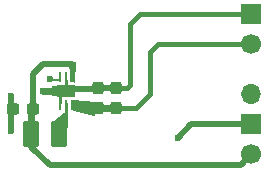
<source format=gtl>
G04 #@! TF.GenerationSoftware,KiCad,Pcbnew,8.0.5*
G04 #@! TF.CreationDate,2024-10-05T21:15:00+02:00*
G04 #@! TF.ProjectId,XC9148-breakout,58433931-3438-42d6-9272-65616b6f7574,rev?*
G04 #@! TF.SameCoordinates,Original*
G04 #@! TF.FileFunction,Copper,L1,Top*
G04 #@! TF.FilePolarity,Positive*
%FSLAX46Y46*%
G04 Gerber Fmt 4.6, Leading zero omitted, Abs format (unit mm)*
G04 Created by KiCad (PCBNEW 8.0.5) date 2024-10-05 21:15:00*
%MOMM*%
%LPD*%
G01*
G04 APERTURE LIST*
G04 Aperture macros list*
%AMRoundRect*
0 Rectangle with rounded corners*
0 $1 Rounding radius*
0 $2 $3 $4 $5 $6 $7 $8 $9 X,Y pos of 4 corners*
0 Add a 4 corners polygon primitive as box body*
4,1,4,$2,$3,$4,$5,$6,$7,$8,$9,$2,$3,0*
0 Add four circle primitives for the rounded corners*
1,1,$1+$1,$2,$3*
1,1,$1+$1,$4,$5*
1,1,$1+$1,$6,$7*
1,1,$1+$1,$8,$9*
0 Add four rect primitives between the rounded corners*
20,1,$1+$1,$2,$3,$4,$5,0*
20,1,$1+$1,$4,$5,$6,$7,0*
20,1,$1+$1,$6,$7,$8,$9,0*
20,1,$1+$1,$8,$9,$2,$3,0*%
G04 Aperture macros list end*
G04 #@! TA.AperFunction,Conductor*
%ADD10C,0.100000*%
G04 #@! TD*
G04 #@! TA.AperFunction,Conductor*
%ADD11C,0.001000*%
G04 #@! TD*
G04 #@! TA.AperFunction,SMDPad,CuDef*
%ADD12R,0.350000X0.850000*%
G04 #@! TD*
G04 #@! TA.AperFunction,SMDPad,CuDef*
%ADD13R,0.250000X0.850000*%
G04 #@! TD*
G04 #@! TA.AperFunction,SMDPad,CuDef*
%ADD14R,1.600000X1.000000*%
G04 #@! TD*
G04 #@! TA.AperFunction,SMDPad,CuDef*
%ADD15R,0.100000X0.900000*%
G04 #@! TD*
G04 #@! TA.AperFunction,SMDPad,CuDef*
%ADD16R,0.800000X0.900000*%
G04 #@! TD*
G04 #@! TA.AperFunction,SMDPad,CuDef*
%ADD17RoundRect,0.250001X0.462499X0.849999X-0.462499X0.849999X-0.462499X-0.849999X0.462499X-0.849999X0*%
G04 #@! TD*
G04 #@! TA.AperFunction,SMDPad,CuDef*
%ADD18RoundRect,0.237500X0.237500X-0.300000X0.237500X0.300000X-0.237500X0.300000X-0.237500X-0.300000X0*%
G04 #@! TD*
G04 #@! TA.AperFunction,ComponentPad*
%ADD19C,1.700000*%
G04 #@! TD*
G04 #@! TA.AperFunction,ComponentPad*
%ADD20R,1.700000X1.700000*%
G04 #@! TD*
G04 #@! TA.AperFunction,SMDPad,CuDef*
%ADD21RoundRect,0.237500X-0.300000X-0.237500X0.300000X-0.237500X0.300000X0.237500X-0.300000X0.237500X0*%
G04 #@! TD*
G04 #@! TA.AperFunction,ComponentPad*
%ADD22O,1.700000X1.700000*%
G04 #@! TD*
G04 #@! TA.AperFunction,ViaPad*
%ADD23C,0.600000*%
G04 #@! TD*
G04 #@! TA.AperFunction,Conductor*
%ADD24C,0.350000*%
G04 #@! TD*
G04 #@! TA.AperFunction,Conductor*
%ADD25C,0.200000*%
G04 #@! TD*
G04 #@! TA.AperFunction,Conductor*
%ADD26C,0.500000*%
G04 #@! TD*
G04 #@! TA.AperFunction,Conductor*
%ADD27C,0.600000*%
G04 #@! TD*
G04 #@! TA.AperFunction,Conductor*
%ADD28C,0.400000*%
G04 #@! TD*
G04 #@! TA.AperFunction,Conductor*
%ADD29C,0.250000*%
G04 #@! TD*
G04 APERTURE END LIST*
D10*
X102382299Y-60492935D02*
X102246530Y-59762059D01*
X101750000Y-58801557D01*
X102500000Y-58800889D01*
X102382299Y-60492935D01*
G04 #@! TA.AperFunction,Conductor*
G36*
X102382299Y-60492935D02*
G01*
X102246530Y-59762059D01*
X101750000Y-58801557D01*
X102500000Y-58800889D01*
X102382299Y-60492935D01*
G37*
G04 #@! TD.AperFunction*
D11*
X104180000Y-62210000D02*
X104110000Y-63260000D01*
X102322272Y-62890037D01*
X102329380Y-62045175D01*
X104180000Y-62210000D01*
G04 #@! TA.AperFunction,Conductor*
G36*
X104180000Y-62210000D02*
G01*
X104110000Y-63260000D01*
X102322272Y-62890037D01*
X102329380Y-62045175D01*
X104180000Y-62210000D01*
G37*
G04 #@! TD.AperFunction*
D12*
X102260000Y-60120000D03*
D13*
X101710000Y-60120000D03*
X101210000Y-60120000D03*
X101210000Y-62470000D03*
X101710000Y-62470000D03*
X102210000Y-62470000D03*
D14*
X101710000Y-61295000D03*
D15*
X102560000Y-61295000D03*
D16*
X100860000Y-61295000D03*
D17*
X101120000Y-64930000D03*
X98795000Y-64930000D03*
D18*
X105940000Y-62745000D03*
X105940000Y-61020000D03*
D19*
X117410000Y-57280000D03*
D20*
X117410000Y-54740000D03*
D21*
X97207500Y-62790000D03*
X98932500Y-62790000D03*
D18*
X104420000Y-62740000D03*
X104420000Y-61015000D03*
D19*
X117410000Y-66630000D03*
D20*
X117410000Y-64090000D03*
D22*
X117410000Y-61550000D03*
D23*
X99750000Y-61290000D03*
X97030000Y-61660000D03*
X111220000Y-65210000D03*
X97030000Y-64690000D03*
X100340000Y-60280000D03*
D24*
X102260000Y-60045000D02*
X102260000Y-59010000D01*
D25*
X102260000Y-59010000D02*
X102250000Y-59000000D01*
D26*
X98932500Y-62790000D02*
X98932500Y-59817500D01*
X99750000Y-59000000D02*
X102250000Y-59000000D01*
X98932500Y-59817500D02*
X99750000Y-59000000D01*
D27*
X99750000Y-61290000D02*
X101705000Y-61290000D01*
X98795000Y-64930000D02*
X98795000Y-62927500D01*
D25*
X98795000Y-62927500D02*
X98932500Y-62790000D01*
D26*
X100350000Y-67530000D02*
X116510000Y-67530000D01*
D25*
X102290000Y-60290000D02*
X102260000Y-60320000D01*
D26*
X116510000Y-67530000D02*
X117410000Y-66630000D01*
D28*
X98795000Y-64930000D02*
X98795000Y-65975000D01*
X117380000Y-66630000D02*
X117310000Y-66700000D01*
D25*
X99000000Y-64725000D02*
X98795000Y-64930000D01*
D26*
X98795000Y-65975000D02*
X100350000Y-67530000D01*
D28*
X117410000Y-66630000D02*
X117380000Y-66630000D01*
D26*
X97030000Y-62967500D02*
X97207500Y-62790000D01*
X97030000Y-64690000D02*
X97030000Y-62967500D01*
D25*
X97030000Y-62612500D02*
X97207500Y-62790000D01*
D28*
X105935000Y-61015000D02*
X105940000Y-61020000D01*
D25*
X101210000Y-61795000D02*
X101710000Y-61295000D01*
D26*
X112340000Y-64090000D02*
X117410000Y-64090000D01*
D28*
X108000000Y-54740000D02*
X117410000Y-54740000D01*
D26*
X102472500Y-61090000D02*
X104335000Y-61090000D01*
X111220000Y-65210000D02*
X112340000Y-64090000D01*
D28*
X107170000Y-55570000D02*
X108000000Y-54740000D01*
X106900000Y-61020000D02*
X107170000Y-60750000D01*
X107170000Y-60750000D02*
X107170000Y-55570000D01*
X104335000Y-61100000D02*
X104420000Y-61015000D01*
D29*
X101210000Y-62270000D02*
X101210000Y-61795000D01*
D25*
X101705000Y-61290000D02*
X101710000Y-61295000D01*
X101705000Y-61300000D02*
X101710000Y-61295000D01*
D26*
X104420000Y-61015000D02*
X105935000Y-61015000D01*
D28*
X105940000Y-61020000D02*
X106900000Y-61020000D01*
D29*
X101710000Y-60320000D02*
X101710000Y-61295000D01*
D26*
X97030000Y-61660000D02*
X97030000Y-62612500D01*
D28*
X109540000Y-57270000D02*
X109550000Y-57280000D01*
X109550000Y-57280000D02*
X117410000Y-57280000D01*
D27*
X104420000Y-62740000D02*
X105935000Y-62740000D01*
D28*
X108860000Y-61550000D02*
X108860000Y-57950000D01*
X105940000Y-62745000D02*
X107665000Y-62745000D01*
X107665000Y-62745000D02*
X108860000Y-61550000D01*
D25*
X105935000Y-62740000D02*
X105940000Y-62745000D01*
D28*
X108860000Y-57950000D02*
X109540000Y-57270000D01*
D25*
X101710000Y-64335000D02*
X101115000Y-64930000D01*
D29*
X101710000Y-62270000D02*
X101710000Y-64335000D01*
D25*
X100380000Y-60320000D02*
X100340000Y-60280000D01*
X101210000Y-60320000D02*
X100380000Y-60320000D01*
G04 #@! TA.AperFunction,Conductor*
G36*
X101831557Y-63161225D02*
G01*
X101834984Y-63169498D01*
X101834984Y-63169513D01*
X101832517Y-65032695D01*
X101829079Y-65040964D01*
X101820802Y-65044380D01*
X101818946Y-65044229D01*
X101126877Y-64932114D01*
X101119258Y-64927409D01*
X101117704Y-64924427D01*
X100738177Y-63837861D01*
X100738684Y-63828924D01*
X100741961Y-63824832D01*
X101581809Y-63160323D01*
X101589069Y-63157798D01*
X101823284Y-63157798D01*
X101831557Y-63161225D01*
G37*
G04 #@! TD.AperFunction*
M02*

</source>
